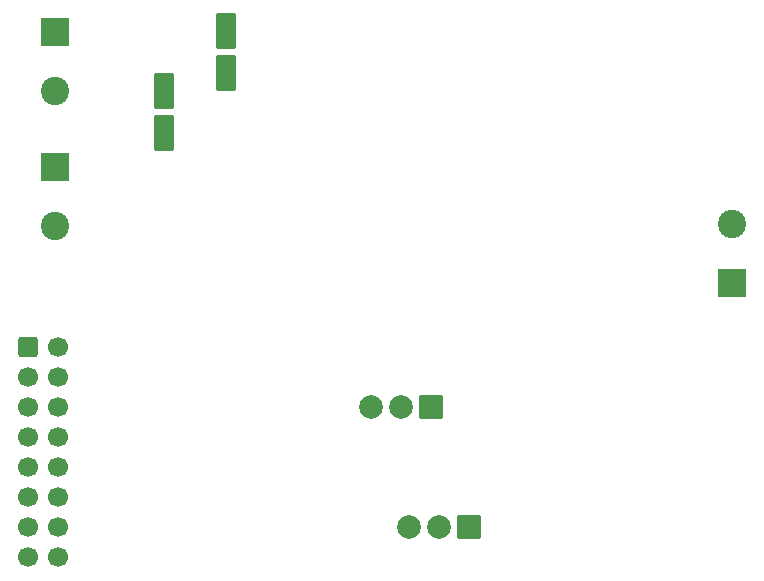
<source format=gbr>
G04 #@! TF.GenerationSoftware,KiCad,Pcbnew,8.0.2*
G04 #@! TF.CreationDate,2024-05-11T11:11:32-04:00*
G04 #@! TF.ProjectId,T41-2_Power,5434312d-325f-4506-9f77-65722e6b6963,rev?*
G04 #@! TF.SameCoordinates,Original*
G04 #@! TF.FileFunction,Soldermask,Bot*
G04 #@! TF.FilePolarity,Negative*
%FSLAX46Y46*%
G04 Gerber Fmt 4.6, Leading zero omitted, Abs format (unit mm)*
G04 Created by KiCad (PCBNEW 8.0.2) date 2024-05-11 11:11:32*
%MOMM*%
%LPD*%
G01*
G04 APERTURE LIST*
G04 Aperture macros list*
%AMRoundRect*
0 Rectangle with rounded corners*
0 $1 Rounding radius*
0 $2 $3 $4 $5 $6 $7 $8 $9 X,Y pos of 4 corners*
0 Add a 4 corners polygon primitive as box body*
4,1,4,$2,$3,$4,$5,$6,$7,$8,$9,$2,$3,0*
0 Add four circle primitives for the rounded corners*
1,1,$1+$1,$2,$3*
1,1,$1+$1,$4,$5*
1,1,$1+$1,$6,$7*
1,1,$1+$1,$8,$9*
0 Add four rect primitives between the rounded corners*
20,1,$1+$1,$2,$3,$4,$5,0*
20,1,$1+$1,$4,$5,$6,$7,0*
20,1,$1+$1,$6,$7,$8,$9,0*
20,1,$1+$1,$8,$9,$2,$3,0*%
G04 Aperture macros list end*
%ADD10RoundRect,0.102000X0.900000X0.900000X-0.900000X0.900000X-0.900000X-0.900000X0.900000X-0.900000X0*%
%ADD11C,2.004000*%
%ADD12R,2.400000X2.400000*%
%ADD13C,2.400000*%
%ADD14RoundRect,0.250000X-0.600000X-0.600000X0.600000X-0.600000X0.600000X0.600000X-0.600000X0.600000X0*%
%ADD15C,1.700000*%
%ADD16RoundRect,0.102000X0.735000X-1.385000X0.735000X1.385000X-0.735000X1.385000X-0.735000X-1.385000X0*%
%ADD17RoundRect,0.102000X-0.735000X1.385000X-0.735000X-1.385000X0.735000X-1.385000X0.735000X1.385000X0*%
G04 APERTURE END LIST*
D10*
X138100000Y-102250000D03*
D11*
X135560000Y-102250000D03*
X133020000Y-102250000D03*
D10*
X141280000Y-112450000D03*
D11*
X138740000Y-112450000D03*
X136200000Y-112450000D03*
D12*
X106250000Y-70500000D03*
D13*
X106250000Y-75500000D03*
D14*
X104000000Y-97220000D03*
D15*
X106540000Y-97220000D03*
X104000000Y-99760000D03*
X106540000Y-99760000D03*
X104000000Y-102300000D03*
X106540000Y-102300000D03*
X104000000Y-104840000D03*
X106540000Y-104840000D03*
X104000000Y-107380000D03*
X106540000Y-107380000D03*
X104000000Y-109920000D03*
X106540000Y-109920000D03*
X104000000Y-112460000D03*
X106540000Y-112460000D03*
X104000000Y-115000000D03*
X106540000Y-115000000D03*
D12*
X106250000Y-82000000D03*
D13*
X106250000Y-87000000D03*
D12*
X163550000Y-91800000D03*
D13*
X163550000Y-86800000D03*
D16*
X120750000Y-74040000D03*
X120750000Y-70460000D03*
D17*
X115500000Y-75500000D03*
X115500000Y-79080000D03*
M02*

</source>
